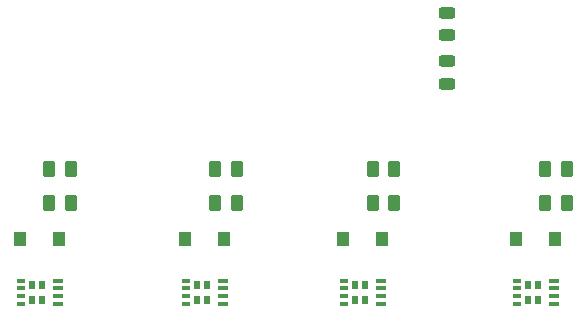
<source format=gbr>
%TF.GenerationSoftware,KiCad,Pcbnew,(6.0.7)*%
%TF.CreationDate,2022-12-11T16:26:28-06:00*%
%TF.ProjectId,BPS-Fan,4250532d-4661-46e2-9e6b-696361645f70,rev?*%
%TF.SameCoordinates,Original*%
%TF.FileFunction,Paste,Top*%
%TF.FilePolarity,Positive*%
%FSLAX46Y46*%
G04 Gerber Fmt 4.6, Leading zero omitted, Abs format (unit mm)*
G04 Created by KiCad (PCBNEW (6.0.7)) date 2022-12-11 16:26:28*
%MOMM*%
%LPD*%
G01*
G04 APERTURE LIST*
G04 Aperture macros list*
%AMRoundRect*
0 Rectangle with rounded corners*
0 $1 Rounding radius*
0 $2 $3 $4 $5 $6 $7 $8 $9 X,Y pos of 4 corners*
0 Add a 4 corners polygon primitive as box body*
4,1,4,$2,$3,$4,$5,$6,$7,$8,$9,$2,$3,0*
0 Add four circle primitives for the rounded corners*
1,1,$1+$1,$2,$3*
1,1,$1+$1,$4,$5*
1,1,$1+$1,$6,$7*
1,1,$1+$1,$8,$9*
0 Add four rect primitives between the rounded corners*
20,1,$1+$1,$2,$3,$4,$5,0*
20,1,$1+$1,$4,$5,$6,$7,0*
20,1,$1+$1,$6,$7,$8,$9,0*
20,1,$1+$1,$8,$9,$2,$3,0*%
G04 Aperture macros list end*
%ADD10RoundRect,0.243750X0.456250X-0.243750X0.456250X0.243750X-0.456250X0.243750X-0.456250X-0.243750X0*%
%ADD11RoundRect,0.243750X-0.456250X0.243750X-0.456250X-0.243750X0.456250X-0.243750X0.456250X0.243750X0*%
%ADD12RoundRect,0.250000X-0.262500X-0.450000X0.262500X-0.450000X0.262500X0.450000X-0.262500X0.450000X0*%
%ADD13R,0.510000X0.635000*%
%ADD14R,0.830000X0.300000*%
%ADD15R,0.750000X0.300000*%
%ADD16R,1.041400X1.193800*%
%ADD17RoundRect,0.250000X0.262500X0.450000X-0.262500X0.450000X-0.262500X-0.450000X0.262500X-0.450000X0*%
G04 APERTURE END LIST*
D10*
X171000000Y-49800000D03*
X171000000Y-47925000D03*
D11*
X171000000Y-52062500D03*
X171000000Y-53937500D03*
D12*
X164721762Y-61145610D03*
X166546762Y-61145610D03*
D13*
X177855000Y-72226000D03*
D14*
X180035000Y-70625000D03*
X180035000Y-72575000D03*
D13*
X177855000Y-70974000D03*
D15*
X176925000Y-70625000D03*
D14*
X180035000Y-71925000D03*
D15*
X176925000Y-71925000D03*
D14*
X180035000Y-71275000D03*
D15*
X176925000Y-72575000D03*
D13*
X178715000Y-70974000D03*
D15*
X176925000Y-71275000D03*
D13*
X178715000Y-72226000D03*
D16*
X180138300Y-67100000D03*
X176861700Y-67100000D03*
D17*
X181146762Y-64045610D03*
X179321762Y-64045610D03*
D12*
X137346762Y-61145610D03*
X139171762Y-61145610D03*
D16*
X165483300Y-67100000D03*
X162206700Y-67100000D03*
X138138300Y-67100000D03*
X134861700Y-67100000D03*
D15*
X134925000Y-70625000D03*
D14*
X138035000Y-71925000D03*
X138035000Y-72575000D03*
D13*
X136715000Y-70974000D03*
D15*
X134925000Y-72575000D03*
D13*
X135855000Y-72226000D03*
X135855000Y-70974000D03*
D15*
X134925000Y-71275000D03*
X134925000Y-71925000D03*
D14*
X138035000Y-71275000D03*
D13*
X136715000Y-72226000D03*
D14*
X138035000Y-70625000D03*
D17*
X166546762Y-64045610D03*
X164721762Y-64045610D03*
X139171762Y-64045610D03*
X137346762Y-64045610D03*
D15*
X162270000Y-71275000D03*
D14*
X165380000Y-71925000D03*
D15*
X162270000Y-72575000D03*
D13*
X163200000Y-70974000D03*
X163200000Y-72226000D03*
X164060000Y-72226000D03*
D14*
X165380000Y-71275000D03*
X165380000Y-72575000D03*
D15*
X162270000Y-71925000D03*
D13*
X164060000Y-70974000D03*
D14*
X165380000Y-70625000D03*
D15*
X162270000Y-70625000D03*
X148925000Y-71925000D03*
D13*
X150715000Y-72226000D03*
D14*
X152035000Y-71925000D03*
D13*
X150715000Y-70974000D03*
X149855000Y-70974000D03*
D15*
X148925000Y-71275000D03*
D14*
X152035000Y-72575000D03*
D15*
X148925000Y-70625000D03*
D13*
X149855000Y-72226000D03*
D15*
X148925000Y-72575000D03*
D14*
X152035000Y-71275000D03*
X152035000Y-70625000D03*
D16*
X152138300Y-67100000D03*
X148861700Y-67100000D03*
D17*
X153196762Y-64045610D03*
X151371762Y-64045610D03*
D12*
X151371762Y-61145610D03*
X153196762Y-61145610D03*
X179321762Y-61145610D03*
X181146762Y-61145610D03*
M02*

</source>
